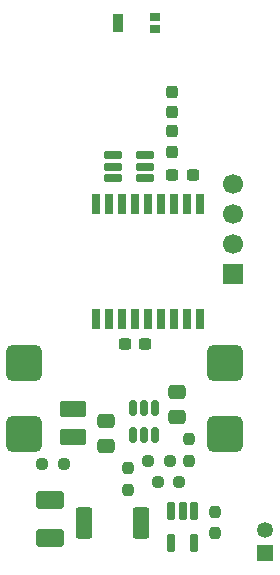
<source format=gbs>
G04 #@! TF.GenerationSoftware,KiCad,Pcbnew,9.0.3-9.0.3-0~ubuntu24.04.1*
G04 #@! TF.CreationDate,2025-08-01T09:32:51+02:00*
G04 #@! TF.ProjectId,PicoBalloon,5069636f-4261-46c6-9c6f-6f6e2e6b6963,rev?*
G04 #@! TF.SameCoordinates,Original*
G04 #@! TF.FileFunction,Soldermask,Bot*
G04 #@! TF.FilePolarity,Negative*
%FSLAX46Y46*%
G04 Gerber Fmt 4.6, Leading zero omitted, Abs format (unit mm)*
G04 Created by KiCad (PCBNEW 9.0.3-9.0.3-0~ubuntu24.04.1) date 2025-08-01 09:32:51*
%MOMM*%
%LPD*%
G01*
G04 APERTURE LIST*
G04 Aperture macros list*
%AMRoundRect*
0 Rectangle with rounded corners*
0 $1 Rounding radius*
0 $2 $3 $4 $5 $6 $7 $8 $9 X,Y pos of 4 corners*
0 Add a 4 corners polygon primitive as box body*
4,1,4,$2,$3,$4,$5,$6,$7,$8,$9,$2,$3,0*
0 Add four circle primitives for the rounded corners*
1,1,$1+$1,$2,$3*
1,1,$1+$1,$4,$5*
1,1,$1+$1,$6,$7*
1,1,$1+$1,$8,$9*
0 Add four rect primitives between the rounded corners*
20,1,$1+$1,$2,$3,$4,$5,0*
20,1,$1+$1,$4,$5,$6,$7,0*
20,1,$1+$1,$6,$7,$8,$9,0*
20,1,$1+$1,$8,$9,$2,$3,0*%
%AMOutline4P*
0 Free polygon, 4 corners , with rotation*
0 The origin of the aperture is its center*
0 number of corners: always 4*
0 $1 to $8 corner X, Y*
0 $9 Rotation angle, in degrees counterclockwise*
0 create outline with 4 corners*
4,1,4,$1,$2,$3,$4,$5,$6,$7,$8,$1,$2,$9*%
G04 Aperture macros list end*
%ADD10R,1.700000X1.700000*%
%ADD11C,1.700000*%
%ADD12R,1.350000X1.350000*%
%ADD13C,1.350000*%
%ADD14RoundRect,0.150000X-0.150000X0.512500X-0.150000X-0.512500X0.150000X-0.512500X0.150000X0.512500X0*%
%ADD15RoundRect,0.237500X0.250000X0.237500X-0.250000X0.237500X-0.250000X-0.237500X0.250000X-0.237500X0*%
%ADD16RoundRect,0.237500X-0.237500X0.250000X-0.237500X-0.250000X0.237500X-0.250000X0.237500X0.250000X0*%
%ADD17RoundRect,0.237500X0.237500X-0.287500X0.237500X0.287500X-0.237500X0.287500X-0.237500X-0.287500X0*%
%ADD18RoundRect,0.237500X0.300000X0.237500X-0.300000X0.237500X-0.300000X-0.237500X0.300000X-0.237500X0*%
%ADD19Outline4P,-0.400000X-0.325000X0.400000X-0.325000X0.400000X0.325000X-0.400000X0.325000X0.000000*%
%ADD20Outline4P,-0.400000X-0.800000X0.400000X-0.800000X0.400000X0.800000X-0.400000X0.800000X0.000000*%
%ADD21RoundRect,0.162500X-0.162500X0.617500X-0.162500X-0.617500X0.162500X-0.617500X0.162500X0.617500X0*%
%ADD22RoundRect,0.250000X0.475000X-0.337500X0.475000X0.337500X-0.475000X0.337500X-0.475000X-0.337500X0*%
%ADD23RoundRect,0.237500X-0.250000X-0.237500X0.250000X-0.237500X0.250000X0.237500X-0.250000X0.237500X0*%
%ADD24RoundRect,0.450000X-1.050000X1.050000X-1.050000X-1.050000X1.050000X-1.050000X1.050000X1.050000X0*%
%ADD25R,0.800000X1.800000*%
%ADD26RoundRect,0.249999X0.450001X1.075001X-0.450001X1.075001X-0.450001X-1.075001X0.450001X-1.075001X0*%
%ADD27RoundRect,0.250001X-0.944999X0.507499X-0.944999X-0.507499X0.944999X-0.507499X0.944999X0.507499X0*%
%ADD28RoundRect,0.237500X0.237500X-0.300000X0.237500X0.300000X-0.237500X0.300000X-0.237500X-0.300000X0*%
%ADD29RoundRect,0.162500X-0.617500X-0.162500X0.617500X-0.162500X0.617500X0.162500X-0.617500X0.162500X0*%
%ADD30RoundRect,0.250001X0.849999X-0.462499X0.849999X0.462499X-0.849999X0.462499X-0.849999X-0.462499X0*%
G04 APERTURE END LIST*
D10*
G04 #@! TO.C,J4*
X159200000Y-101080000D03*
D11*
X159200000Y-98540000D03*
X159200000Y-96000000D03*
X159200000Y-93460000D03*
G04 #@! TD*
D12*
G04 #@! TO.C,J3*
X161900000Y-124700000D03*
D13*
X161900000Y-122700000D03*
G04 #@! TD*
D14*
G04 #@! TO.C,U5*
X150661000Y-112414000D03*
X151611000Y-112414000D03*
X152561000Y-112414000D03*
X152561000Y-114689000D03*
X151611000Y-114689000D03*
X150661000Y-114689000D03*
G04 #@! TD*
D15*
G04 #@! TO.C,R2*
X154615500Y-118621000D03*
X152790500Y-118621000D03*
G04 #@! TD*
D16*
G04 #@! TO.C,R11*
X157600000Y-121187500D03*
X157600000Y-123012500D03*
G04 #@! TD*
D17*
G04 #@! TO.C,L1*
X154000000Y-90720000D03*
X154000000Y-88970000D03*
G04 #@! TD*
D18*
G04 #@! TO.C,C2*
X155762500Y-92700000D03*
X154037500Y-92700000D03*
G04 #@! TD*
D16*
G04 #@! TO.C,R8*
X155403000Y-115057500D03*
X155403000Y-116882500D03*
G04 #@! TD*
D15*
G04 #@! TO.C,R9*
X153831000Y-116859000D03*
X152006000Y-116859000D03*
G04 #@! TD*
D19*
G04 #@! TO.C,AE1*
X152600000Y-80300000D03*
D20*
X149400000Y-79800000D03*
D19*
X152600000Y-79300000D03*
G04 #@! TD*
D21*
G04 #@! TO.C,U6*
X153950000Y-121150000D03*
X154900000Y-121150000D03*
X155850000Y-121150000D03*
X155850000Y-123850000D03*
X153950000Y-123850000D03*
G04 #@! TD*
D22*
G04 #@! TO.C,C13*
X148436000Y-115589000D03*
X148436000Y-113514000D03*
G04 #@! TD*
D16*
G04 #@! TO.C,R7*
X150275000Y-117508500D03*
X150275000Y-119333500D03*
G04 #@! TD*
D23*
G04 #@! TO.C,R1*
X142987500Y-117100000D03*
X144812500Y-117100000D03*
G04 #@! TD*
D24*
G04 #@! TO.C,J2*
X158500000Y-108621000D03*
X158500000Y-114621000D03*
G04 #@! TD*
D25*
G04 #@! TO.C,U1*
X156400000Y-104850000D03*
X155300000Y-104850000D03*
X154200000Y-104850000D03*
X153100000Y-104850000D03*
X152000000Y-104850000D03*
X150900000Y-104850000D03*
X149800000Y-104850000D03*
X148700000Y-104850000D03*
X147600000Y-104850000D03*
X147600000Y-95150000D03*
X148700000Y-95150000D03*
X149800000Y-95150000D03*
X150900000Y-95150000D03*
X152000000Y-95150000D03*
X153100000Y-95150000D03*
X154200000Y-95150000D03*
X155300000Y-95150000D03*
X156400000Y-95150000D03*
G04 #@! TD*
D26*
G04 #@! TO.C,R10*
X151384000Y-122100000D03*
X146584000Y-122100000D03*
G04 #@! TD*
D27*
G04 #@! TO.C,C15*
X143650000Y-120172500D03*
X143650000Y-123427500D03*
G04 #@! TD*
D22*
G04 #@! TO.C,C14*
X154403000Y-113158500D03*
X154403000Y-111083500D03*
G04 #@! TD*
D28*
G04 #@! TO.C,C5*
X154000000Y-87332500D03*
X154000000Y-85607500D03*
G04 #@! TD*
D29*
G04 #@! TO.C,U2*
X149000000Y-92900000D03*
X149000000Y-91950000D03*
X149000000Y-91000000D03*
X151700000Y-91000000D03*
X151700000Y-91950000D03*
X151700000Y-92900000D03*
G04 #@! TD*
D18*
G04 #@! TO.C,C1*
X151725000Y-107000000D03*
X150000000Y-107000000D03*
G04 #@! TD*
D30*
G04 #@! TO.C,L2*
X145576000Y-114846500D03*
X145576000Y-112521500D03*
G04 #@! TD*
D24*
G04 #@! TO.C,J1*
X141500000Y-108621000D03*
X141500000Y-114621000D03*
G04 #@! TD*
M02*

</source>
